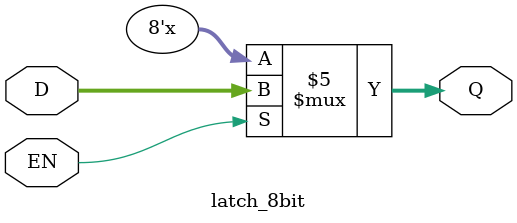
<source format=v>
module VGAController(     
	input clk, 			// 100 MHz System Clock
	input reset, 		// Reset Signal
	output hSync, 		// H Sync Signal
	output vSync, 		// Veritcal Sync Signal
	output[3:0] VGA_R,  // Red Signal Bits
	output[3:0] VGA_G,  // Green Signal Bits
	output[3:0] VGA_B,  // Blue Signal Bits
//	inout ps2_clk,
//	inout ps2_data,
	input BTNU,
	input BTNL,
	input BTND,
	input BTNR,
	
	input cursorType, // this is what to show for the cursor
	
	output screenEnd_out,
	output[15:0] LED
	);

	// this is sending the screenEnd signal out of VGA controller so that boid mem can be updated on its posedge
	assign screenEnd_out = screenEnd;
	
	// Lab Memory Files Location
	localparam FILES_PATH = "../RAM_files/"; 

	// Clock divider 100 MHz -> 25 MHz
	wire clk25; // 25MHz clock

	reg[1:0] pixCounter = 0;      // Pixel counter to divide the clock
    assign clk25 = pixCounter[1]; // Set the clock high whenever the second bit (2) is high
	always @(posedge clk) begin
		pixCounter <= pixCounter + 1; // Since the reg is only 3 bits, it will reset every 8 cycles
	end
	
//	wire clk50;
//	assign clk50 = pixCounter[0];

	// VGA Timing Generation for a Standard VGA Screen
	localparam 
		VIDEO_WIDTH = 640,  // Standard VGA Width
		VIDEO_HEIGHT = 480; // Standard VGA Height

	wire active, screenEnd;
	wire[9:0] x;
	wire[8:0] y;
	
//	wire read_data;
//	wire[7:0] rx_data_unlatched;
	
//	Ps2Interface jonas(.ps2_clk(ps2_clk),
//	                   .ps2_data(ps2_data),
//	                   .read_data(read_data),
//	                   .rx_data(rx_data_unlatched),
//	                   .clk(clk));
	                   
//	 wire[7:0] rx_data_latched;
	 
	 
//	 latch_8bit my_key_latch(.D(rx_data_unlatched), .EN(read_data), .Q(rx_data_latched));
	 
	 wire[6:0] spriteIndex; //mem location of sprite corresponding to ASCII recieved from keyboard
//	 wire[6:0] spriteIndex2; // keyboard trash out
	 
//	 RAM #(
//		.DEPTH(256), 		       // Set depth to contain every color		
//		.DATA_WIDTH(7), 		       // Set data width according to the bits per color
//		.ADDRESS_WIDTH(8),     // Set address width according to the color count
//		.MEMFILE({FILES_PATH, "ascii.mem"}))  // Memory initialization
//	 ASCII(
//		.clk(clk), 							   	   // Rising edge of the 100 MHz clk
//		.addr(rx_data_latched),					       // Address from the ImageData RAM
//		.dataOut(spriteIndex2),				       // Color at current pixel
//		.wEn(1'b0)); 						       // We're always reading
		
		
    wire[6:0] spriteIndexTest = 7'b0000010;
    
    wire[6:0] dashIndex = 7'b0000001;
    wire[6:0] dotIndex = 7'b0001010;
    
//    assign spriteIndex = spriteIndexTest;

    assign spriteIndex = cursorType ? dashIndex : dotIndex;
		
	 RAM #(
		.DEPTH(235000), 		       // Set depth to contain every color		
		.DATA_WIDTH(1), 		       // Set data width according to the bits per color
		.ADDRESS_WIDTH(18),     // Set address width according to the color count
		.MEMFILE({FILES_PATH, "sprites.mem"}))  // Memory initialization
	 SPRITE(
		.clk(clk), 							   	   // Rising edge of the 100 MHz clk
		.addr((spriteIndex-1) * 2500 + (y-box_y)*50 + (x-box_x)),					       // Address from the ImageData RAM
		.dataOut(box_black),				       // Color at current pixel
		.wEn(1'b0)); 						       // We're always reading
	
    wire box_black;
	                   
	                
	
	VGATimingGenerator #(
		.HEIGHT(VIDEO_HEIGHT), // Use the standard VGA Values
		.WIDTH(VIDEO_WIDTH))
	Display( 
		.clk25(clk25),  	   // 25MHz Pixel Clock
		.reset(reset),		   // Reset Signal
		.screenEnd(screenEnd), // High for one cycle when between two frames
		.active(active),	   // High when drawing pixels
		.hSync(hSync),  	   // Set Generated H Signal
		.vSync(vSync),		   // Set Generated V Signal
		.x(x), 				   // X Coordinate (from left)
		.y(y)); 			   // Y Coordinate (from top)	   

	// Image Data to Map Pixel Location to Color Address
	localparam 
		PIXEL_COUNT = VIDEO_WIDTH*VIDEO_HEIGHT, 	             // Number of pixels on the screen
		PIXEL_ADDRESS_WIDTH = $clog2(PIXEL_COUNT) + 1,           // Use built in log2 command
		BITS_PER_COLOR = 12, 	  								 // Nexys A7 uses 12 bits/color
		PALETTE_COLOR_COUNT = 256, 								 // Number of Colors available
		PALETTE_ADDRESS_WIDTH = $clog2(PALETTE_COLOR_COUNT) + 1; // Use built in log2 Command

	wire[PIXEL_ADDRESS_WIDTH-1:0] imgAddress;  	 // Image address for the image data
	wire[PALETTE_ADDRESS_WIDTH-1:0] colorAddr; 	 // Color address for the color palette
	assign imgAddress = x + 640*y;				 // Address calculated coordinate


	// this is an attempt to get image.mem to change over time
	
	// drawing a moving boid (test)
	
	reg[9:0] movingBoidX;
	
    always @(posedge clk) begin
	   movingBoidX <= movingBoidX + 1'b1;
	end

//	assign square = (x > box_x && x < box_x + 50 && y > box_y && y < box_y+50) && box_black;

	reg[9:0] boid_x_vals[15:0];
	reg[8:0] boid_y_vals[15:0];
    reg isBoidInPixel;
    
    integer k;
    initial begin
        for (k = 1; k < 16; k = k + 1) begin
			boid_x_vals[k] = 10 * k;
			boid_y_vals[k] = 10 * k;
		end
    end
    
    integer i;
    integer j;
    
	always @(posedge screenEnd) begin
		boid_x_vals[0] = boid_x_vals[0] + 1;
		boid_y_vals[0] = boid_y_vals[0] + 1;

			for (j = 1; j < 16; j = j + 1) begin
				boid_x_vals[j] = boid_x_vals[j] + 1;
				boid_y_vals[j] = boid_y_vals[j] + 1;
			end


	end

	always @(posedge clk) begin
	//    isBoidInPixel = ((x == boid_x_vals[0]) && (y == boid_y_vals[0])) ? 1'b1 : 1'b0;
	       isBoidInPixel = 1'b0;

			for (i = 0; i < 16; i = i + 1) begin
				if ((x == boid_x_vals[i]) && (y == boid_y_vals[i])) begin
					isBoidInPixel = 1'b1;
				end
		end
	
	end
	
    
//	assign checkForMovingBoid = ( x == movingBoidX);
    
    wire[PALETTE_ADDRESS_WIDTH-1:0] testWriteData;
    
    assign LED[15] = isBoidInPixel;
    assign LED[14] = whatToShow;
    assign LED[13:8] = 6'b0;
    
    assign whatToShow = square | isBoidInPixel;
	
	assign testWriteData = whatToShow ? 8'd42 : 8'd31;
	
	wire boids_display_wen;
	assign boids_display_wen = (BTNU | movingBoidX[1]) ? 1'b1 : 1'b0;

	RAM #(		
		.DEPTH(PIXEL_COUNT), 				     // Set RAM depth to contain every pixel
		.DATA_WIDTH(PALETTE_ADDRESS_WIDTH),      // Set data width according to the color palette
		.ADDRESS_WIDTH(PIXEL_ADDRESS_WIDTH),     // Set address with according to the pixel count 
		.MEMFILE({FILES_PATH, "boids_display.mem"}))  
	ImageData(
		.clk(clk), 						 // Falling edge of the 100 MHz clk
		.addr(imgAddress),					 // Image data address
		.dataOut(colorAddr),				 // Color palette address
		.dataIn(testWriteData),
		.wEn(boids_display_wen)); 	


	wire[PALETTE_ADDRESS_WIDTH-1:0] trashOut1;


	// Color Palette to Map Color Address to 12-Bit Color
	wire[BITS_PER_COLOR-1:0] colorData; // 12-bit color data at current pixel

	RAM #(
		.DEPTH(PALETTE_COLOR_COUNT), 		       // Set depth to contain every color		
		.DATA_WIDTH(BITS_PER_COLOR), 		       // Set data width according to the bits per color
		.ADDRESS_WIDTH(PALETTE_ADDRESS_WIDTH),     // Set address width according to the color count
		.MEMFILE({FILES_PATH, "colors.mem"}))  // Memory initialization
	ColorPalette(
		.clk(clk), 							   	   // Rising edge of the 100 MHz clk
		.addr(colorAddr),					       // Address from the ImageData RAM
		.dataOut(colorData),				       // Color at current pixel
		.wEn(1'b0)); 						       // We're always reading
	

	// Assign to output color from register if active
	wire[BITS_PER_COLOR-1:0] colorOut; 			  // Output color 
	
	wire square;
	wire[11:0] realColor;
	reg[9:0] box_x = 9'd50;
	reg[8:0] box_y = 9'd50;
	
		
	assign square = (x > box_x && x < box_x + 50 && y > box_y && y < box_y+50) && box_black;
//	assign square = (x > box_x && x < box_x + 50 && y > box_y && y < box_y+50);
	
	assign squareColor = 12'b010011010010; 
	
	assign colorOut = active ? colorData : 12'd0; // When not active, output white
	assign realColor = square ? squareColor : colorOut;

	// Quickly assign the output colors to their channels using concatenation
	assign {VGA_R, VGA_G, VGA_B} = realColor;
	
	always @(posedge screenEnd) begin

	   box_y = BTNU ? box_y-1 : box_y;
	   box_y = BTND ? box_y+1 : box_y;
	   box_x = BTNL ? box_x-1 : box_x;
	   box_x = BTNR ? box_x+1 : box_x;

	end
	
endmodule

module latch_8bit(
    input wire[7:0] D,
    input wire EN,
    output reg[7:0] Q
);
    always @(EN or D) begin
        if (EN) Q <= D;
    end
endmodule

</source>
